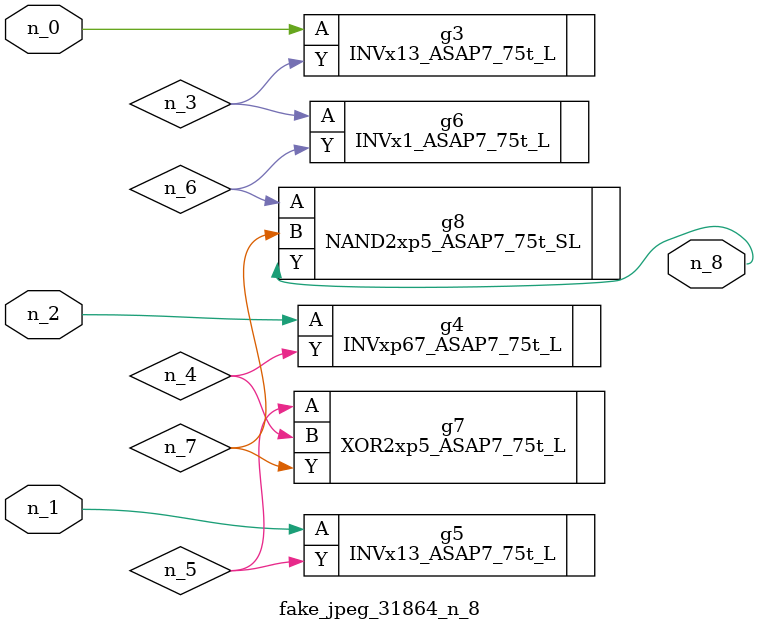
<source format=v>
module fake_jpeg_31864_n_8 (n_0, n_2, n_1, n_8);

input n_0;
input n_2;
input n_1;

output n_8;

wire n_3;
wire n_4;
wire n_6;
wire n_5;
wire n_7;

INVx13_ASAP7_75t_L g3 ( 
.A(n_0),
.Y(n_3)
);

INVxp67_ASAP7_75t_L g4 ( 
.A(n_2),
.Y(n_4)
);

INVx13_ASAP7_75t_L g5 ( 
.A(n_1),
.Y(n_5)
);

INVx1_ASAP7_75t_L g6 ( 
.A(n_3),
.Y(n_6)
);

NAND2xp5_ASAP7_75t_SL g8 ( 
.A(n_6),
.B(n_7),
.Y(n_8)
);

XOR2xp5_ASAP7_75t_L g7 ( 
.A(n_5),
.B(n_4),
.Y(n_7)
);


endmodule
</source>
